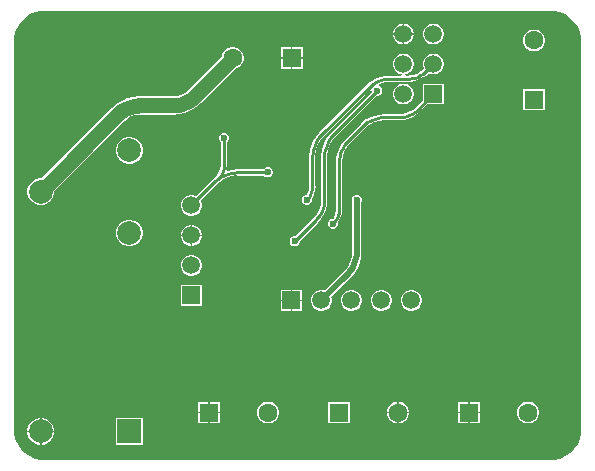
<source format=gbl>
G04*
G04 #@! TF.GenerationSoftware,Altium Limited,Altium Designer,21.6.1 (37)*
G04*
G04 Layer_Physical_Order=2*
G04 Layer_Color=16711680*
%FSLAX25Y25*%
%MOIN*%
G70*
G04*
G04 #@! TF.SameCoordinates,35447041-0B5E-4321-A350-582B76B9CE47*
G04*
G04*
G04 #@! TF.FilePolarity,Positive*
G04*
G01*
G75*
%ADD11C,0.01000*%
%ADD19R,0.05906X0.05906*%
%ADD34C,0.07874*%
%ADD35R,0.07874X0.07874*%
%ADD40C,0.02000*%
%ADD41C,0.05000*%
%ADD43R,0.06299X0.06299*%
%ADD44C,0.06299*%
%ADD45R,0.06299X0.06299*%
%ADD46C,0.05906*%
%ADD47R,0.05906X0.05906*%
%ADD48C,0.17717*%
%ADD49C,0.02362*%
%ADD50C,0.01968*%
G36*
X185830Y153159D02*
X187650Y152405D01*
X189288Y151311D01*
X190681Y149918D01*
X191775Y148280D01*
X192529Y146460D01*
X192913Y144528D01*
Y143543D01*
Y13937D01*
Y12952D01*
X192529Y11020D01*
X191775Y9200D01*
X190681Y7562D01*
X189288Y6169D01*
X187650Y5075D01*
X185830Y4321D01*
X183898Y3937D01*
X13937D01*
X12952Y3937D01*
X11020Y4321D01*
X9200Y5075D01*
X7562Y6169D01*
X6169Y7562D01*
X5075Y9200D01*
X4321Y11020D01*
X3937Y12952D01*
Y13937D01*
Y143543D01*
X3937Y144528D01*
X4321Y146460D01*
X5075Y148280D01*
X6169Y149918D01*
X7562Y151311D01*
X9200Y152405D01*
X11020Y153159D01*
X12952Y153543D01*
X183898D01*
X185830Y153159D01*
D02*
G37*
%LPC*%
G36*
X134155Y149279D02*
X133951D01*
Y146077D01*
X137153D01*
Y146281D01*
X136918Y147160D01*
X136464Y147947D01*
X135821Y148590D01*
X135034Y149044D01*
X134155Y149279D01*
D02*
G37*
G36*
X133451D02*
X133246D01*
X132368Y149044D01*
X131581Y148590D01*
X130938Y147947D01*
X130483Y147160D01*
X130248Y146281D01*
Y146077D01*
X133451D01*
Y149279D01*
D02*
G37*
G36*
X144155D02*
X143246D01*
X142368Y149044D01*
X141581Y148590D01*
X140938Y147947D01*
X140483Y147160D01*
X140248Y146281D01*
Y145372D01*
X140483Y144494D01*
X140938Y143707D01*
X141581Y143064D01*
X142368Y142609D01*
X143246Y142374D01*
X144155D01*
X145034Y142609D01*
X145821Y143064D01*
X146464Y143707D01*
X146918Y144494D01*
X147153Y145372D01*
Y146281D01*
X146918Y147160D01*
X146464Y147947D01*
X145821Y148590D01*
X145034Y149044D01*
X144155Y149279D01*
D02*
G37*
G36*
X137153Y145577D02*
X133951D01*
Y142374D01*
X134155D01*
X135034Y142609D01*
X135821Y143064D01*
X136464Y143707D01*
X136918Y144494D01*
X137153Y145372D01*
Y145577D01*
D02*
G37*
G36*
X133451D02*
X130248D01*
Y145372D01*
X130483Y144494D01*
X130938Y143707D01*
X131581Y143064D01*
X132368Y142609D01*
X133246Y142374D01*
X133451D01*
Y145577D01*
D02*
G37*
G36*
X177646Y147350D02*
X176685D01*
X175757Y147102D01*
X174924Y146621D01*
X174245Y145942D01*
X173765Y145109D01*
X173516Y144181D01*
Y143220D01*
X173765Y142292D01*
X174245Y141460D01*
X174924Y140780D01*
X175757Y140300D01*
X176685Y140051D01*
X177646D01*
X178574Y140300D01*
X179406Y140780D01*
X180086Y141460D01*
X180566Y142292D01*
X180815Y143220D01*
Y144181D01*
X180566Y145109D01*
X180086Y145942D01*
X179406Y146621D01*
X178574Y147102D01*
X177646Y147350D01*
D02*
G37*
G36*
X100106Y141445D02*
X96707D01*
Y138045D01*
X100106D01*
Y141445D01*
D02*
G37*
G36*
X96207D02*
X92807D01*
Y138045D01*
X96207D01*
Y141445D01*
D02*
G37*
G36*
X100106Y137545D02*
X96707D01*
Y134146D01*
X100106D01*
Y137545D01*
D02*
G37*
G36*
X96207D02*
X92807D01*
Y134146D01*
X96207D01*
Y137545D01*
D02*
G37*
G36*
X144155Y139279D02*
X143246D01*
X142368Y139044D01*
X141581Y138590D01*
X140938Y137947D01*
X140483Y137160D01*
X140248Y136281D01*
Y135372D01*
X140483Y134494D01*
X140628Y134244D01*
X139634Y133428D01*
X138079Y132597D01*
X136392Y132085D01*
X134681Y131916D01*
X134637Y131925D01*
X134412D01*
X134346Y132425D01*
X135034Y132609D01*
X135821Y133064D01*
X136464Y133707D01*
X136918Y134494D01*
X137153Y135372D01*
Y136281D01*
X136918Y137160D01*
X136464Y137947D01*
X135821Y138590D01*
X135034Y139044D01*
X134155Y139279D01*
X133246D01*
X132368Y139044D01*
X131581Y138590D01*
X130938Y137947D01*
X130483Y137160D01*
X130248Y136281D01*
Y135372D01*
X130483Y134494D01*
X130938Y133707D01*
X131581Y133064D01*
X132368Y132609D01*
X133056Y132425D01*
X132990Y131925D01*
X129142D01*
Y131939D01*
X127416Y131804D01*
X125732Y131400D01*
X124133Y130737D01*
X122657Y129832D01*
X121340Y128708D01*
X121350Y128698D01*
X105554Y112902D01*
X105544Y112912D01*
X104420Y111595D01*
X103515Y110119D01*
X102852Y108519D01*
X102448Y106836D01*
X102313Y105110D01*
X102327D01*
Y95246D01*
X102338Y95192D01*
X102153Y93787D01*
X101589Y92427D01*
X101440Y92232D01*
X101067D01*
X100450Y91976D01*
X99977Y91503D01*
X99721Y90886D01*
Y90217D01*
X99977Y89599D01*
X100450Y89126D01*
X101067Y88870D01*
X101736D01*
X102354Y89126D01*
X102827Y89599D01*
X103083Y90217D01*
Y90886D01*
X103059Y90944D01*
X103090Y90981D01*
X103799Y92308D01*
X104236Y93748D01*
X104383Y95246D01*
X104366D01*
Y105110D01*
X104357Y105153D01*
X104526Y106864D01*
X105038Y108551D01*
X105869Y110106D01*
X106960Y111435D01*
X106996Y111460D01*
X122630Y127094D01*
X123153Y126920D01*
X123191Y126602D01*
X109491Y112902D01*
X109481Y112912D01*
X108357Y111595D01*
X107452Y110119D01*
X106790Y108519D01*
X106385Y106836D01*
X106249Y105110D01*
X106264D01*
Y90756D01*
X106272Y90713D01*
X106104Y89002D01*
X105592Y87315D01*
X104761Y85760D01*
X103670Y84431D01*
X103634Y84406D01*
X97680Y78453D01*
X97107D01*
X96489Y78197D01*
X96016Y77724D01*
X95760Y77106D01*
Y76437D01*
X96016Y75819D01*
X96489Y75346D01*
X97107Y75090D01*
X97775D01*
X98393Y75346D01*
X98866Y75819D01*
X99122Y76437D01*
Y77011D01*
X105076Y82964D01*
X105086Y82954D01*
X106210Y84271D01*
X107115Y85747D01*
X107777Y87347D01*
X108182Y89030D01*
X108317Y90756D01*
X108303D01*
Y105110D01*
X108294Y105153D01*
X108463Y106864D01*
X108975Y108551D01*
X109806Y110106D01*
X110897Y111435D01*
X110933Y111460D01*
X124761Y125287D01*
X125334D01*
X125952Y125543D01*
X126425Y126016D01*
X126681Y126634D01*
Y127303D01*
X126425Y127921D01*
X125952Y128394D01*
X125543Y128563D01*
X125508Y129112D01*
X125700Y129214D01*
X127388Y129726D01*
X129099Y129895D01*
X129142Y129886D01*
X134637D01*
Y129871D01*
X136363Y130007D01*
X138047Y130412D01*
X139647Y131074D01*
X141123Y131979D01*
X142066Y132784D01*
X142368Y132609D01*
X143246Y132374D01*
X144155D01*
X145034Y132609D01*
X145821Y133064D01*
X146464Y133707D01*
X146918Y134494D01*
X147153Y135372D01*
Y136281D01*
X146918Y137160D01*
X146464Y137947D01*
X145821Y138590D01*
X145034Y139044D01*
X144155Y139279D01*
D02*
G37*
G36*
X77252Y141445D02*
X76291D01*
X75363Y141196D01*
X74531Y140716D01*
X73851Y140036D01*
X73371Y139204D01*
X73177Y138479D01*
X61813Y127116D01*
X61787Y127083D01*
X60761Y126241D01*
X59554Y125595D01*
X58244Y125198D01*
X56923Y125068D01*
X56881Y125073D01*
X45697D01*
Y125087D01*
X43657Y124927D01*
X41668Y124449D01*
X39777Y123666D01*
X38032Y122597D01*
X36476Y121268D01*
X36487Y121258D01*
X12953Y97724D01*
X12211D01*
X11083Y97422D01*
X10071Y96838D01*
X9245Y96012D01*
X8661Y95000D01*
X8358Y93872D01*
Y92703D01*
X8661Y91575D01*
X9245Y90563D01*
X10071Y89737D01*
X11083Y89153D01*
X12211Y88850D01*
X13379D01*
X14508Y89153D01*
X15520Y89737D01*
X16346Y90563D01*
X16930Y91575D01*
X17232Y92703D01*
Y93445D01*
X40766Y116979D01*
X40791Y117012D01*
X41817Y117854D01*
X43025Y118499D01*
X44335Y118897D01*
X45656Y119027D01*
X45697Y119021D01*
X56881D01*
Y119007D01*
X58921Y119168D01*
X60911Y119645D01*
X62802Y120428D01*
X64546Y121497D01*
X66102Y122826D01*
X66092Y122836D01*
X77456Y134200D01*
X78180Y134394D01*
X79013Y134875D01*
X79692Y135554D01*
X80172Y136387D01*
X80421Y137315D01*
Y138276D01*
X80172Y139204D01*
X79692Y140036D01*
X79013Y140716D01*
X78180Y141196D01*
X77252Y141445D01*
D02*
G37*
G36*
X134155Y129279D02*
X133246D01*
X132368Y129044D01*
X131581Y128590D01*
X130938Y127947D01*
X130483Y127160D01*
X130248Y126281D01*
Y125372D01*
X130483Y124494D01*
X130938Y123707D01*
X131581Y123064D01*
X132368Y122609D01*
X133246Y122374D01*
X134155D01*
X135034Y122609D01*
X135821Y123064D01*
X136464Y123707D01*
X136918Y124494D01*
X137153Y125372D01*
Y126281D01*
X136918Y127160D01*
X136464Y127947D01*
X135821Y128590D01*
X135034Y129044D01*
X134155Y129279D01*
D02*
G37*
G36*
X180815Y127665D02*
X173516D01*
Y120366D01*
X180815D01*
Y127665D01*
D02*
G37*
G36*
X147153Y129279D02*
X140248D01*
Y123816D01*
X138159Y121726D01*
X138135Y121691D01*
X136822Y120614D01*
X135287Y119793D01*
X133622Y119288D01*
X131931Y119122D01*
X131890Y119130D01*
X127174D01*
Y119144D01*
X125447Y119008D01*
X123764Y118604D01*
X122164Y117942D01*
X120688Y117037D01*
X119371Y115912D01*
X119382Y115902D01*
X114436Y110957D01*
X114426Y110967D01*
X113307Y109657D01*
X112407Y108187D01*
X111747Y106595D01*
X111345Y104920D01*
X111210Y103202D01*
X111224D01*
Y87912D01*
X111185Y87430D01*
X111185Y87430D01*
Y87429D01*
X111140Y86949D01*
X111009Y85949D01*
X110437Y84570D01*
X110275Y84358D01*
X109902D01*
X109284Y84102D01*
X108811Y83629D01*
X108555Y83012D01*
Y82343D01*
X108811Y81725D01*
X109284Y81252D01*
X109902Y80996D01*
X110571D01*
X111188Y81252D01*
X111661Y81725D01*
X111917Y82343D01*
Y83012D01*
X111893Y83069D01*
X111935Y83119D01*
X112652Y84461D01*
X113093Y85916D01*
X113242Y87429D01*
X113242D01*
X113263Y87744D01*
Y103202D01*
X113255Y103244D01*
X113423Y104946D01*
X113931Y106623D01*
X114758Y108169D01*
X115842Y109491D01*
X115878Y109515D01*
X120824Y114460D01*
X120848Y114497D01*
X122177Y115588D01*
X123732Y116419D01*
X125419Y116931D01*
X127130Y117099D01*
X127174Y117091D01*
X131890D01*
Y117077D01*
X133598Y117211D01*
X135264Y117611D01*
X136847Y118267D01*
X138308Y119162D01*
X139610Y120275D01*
X139601Y120284D01*
X141690Y122374D01*
X147153D01*
Y129279D01*
D02*
G37*
G36*
X42907Y111504D02*
X41739D01*
X40610Y111202D01*
X39599Y110617D01*
X38772Y109791D01*
X38188Y108780D01*
X37886Y107651D01*
Y106483D01*
X38188Y105354D01*
X38772Y104342D01*
X39599Y103516D01*
X40610Y102932D01*
X41739Y102630D01*
X42907D01*
X44036Y102932D01*
X45047Y103516D01*
X45873Y104342D01*
X46457Y105354D01*
X46760Y106483D01*
Y107651D01*
X46457Y108780D01*
X45873Y109791D01*
X45047Y110617D01*
X44036Y111202D01*
X42907Y111504D01*
D02*
G37*
G36*
X74153Y112902D02*
X73484D01*
X72867Y112646D01*
X72394Y112173D01*
X72138Y111555D01*
Y110886D01*
X72394Y110268D01*
X72799Y109863D01*
Y102324D01*
X72811Y102264D01*
X72620Y100811D01*
X72036Y99402D01*
X71144Y98239D01*
X71094Y98206D01*
X71067Y98166D01*
X70305Y97515D01*
X70315Y97505D01*
X64606Y91795D01*
X64325Y91958D01*
X63447Y92193D01*
X62538D01*
X61659Y91958D01*
X60872Y91503D01*
X60229Y90860D01*
X59775Y90073D01*
X59539Y89195D01*
Y88286D01*
X59775Y87407D01*
X60229Y86620D01*
X60872Y85977D01*
X61659Y85523D01*
X62538Y85287D01*
X63447D01*
X64325Y85523D01*
X65112Y85977D01*
X65755Y86620D01*
X66210Y87407D01*
X66445Y88286D01*
Y89195D01*
X66210Y90073D01*
X66048Y90354D01*
X71757Y96063D01*
X71781Y96100D01*
X72475Y96669D01*
X73110Y97190D01*
X74665Y98021D01*
X76352Y98533D01*
X78063Y98702D01*
X78107Y98693D01*
X87225D01*
X87630Y98287D01*
X88248Y98032D01*
X88917D01*
X89535Y98287D01*
X90008Y98760D01*
X90264Y99378D01*
Y100047D01*
X90008Y100665D01*
X89535Y101138D01*
X88917Y101394D01*
X88248D01*
X87630Y101138D01*
X87225Y100732D01*
X78107D01*
Y100747D01*
X76381Y100611D01*
X75080Y100299D01*
X74685Y100718D01*
X74705Y100786D01*
X74857Y102324D01*
X74839D01*
Y109863D01*
X75244Y110268D01*
X75500Y110886D01*
Y111555D01*
X75244Y112173D01*
X74771Y112646D01*
X74153Y112902D01*
D02*
G37*
G36*
X63447Y82193D02*
X63242D01*
Y78990D01*
X66445D01*
Y79195D01*
X66210Y80073D01*
X65755Y80860D01*
X65112Y81503D01*
X64325Y81958D01*
X63447Y82193D01*
D02*
G37*
G36*
X62742D02*
X62538D01*
X61659Y81958D01*
X60872Y81503D01*
X60229Y80860D01*
X59775Y80073D01*
X59539Y79195D01*
Y78990D01*
X62742D01*
Y82193D01*
D02*
G37*
G36*
X66445Y78490D02*
X63242D01*
Y75287D01*
X63447D01*
X64325Y75523D01*
X65112Y75977D01*
X65755Y76620D01*
X66210Y77407D01*
X66445Y78286D01*
Y78490D01*
D02*
G37*
G36*
X62742D02*
X59539D01*
Y78286D01*
X59775Y77407D01*
X60229Y76620D01*
X60872Y75977D01*
X61659Y75523D01*
X62538Y75287D01*
X62742D01*
Y78490D01*
D02*
G37*
G36*
X42907Y83945D02*
X41739D01*
X40610Y83643D01*
X39599Y83058D01*
X38772Y82232D01*
X38188Y81221D01*
X37886Y80092D01*
Y78924D01*
X38188Y77795D01*
X38772Y76784D01*
X39599Y75957D01*
X40610Y75373D01*
X41739Y75071D01*
X42907D01*
X44036Y75373D01*
X45047Y75957D01*
X45873Y76784D01*
X46457Y77795D01*
X46760Y78924D01*
Y80092D01*
X46457Y81221D01*
X45873Y82232D01*
X45047Y83058D01*
X44036Y83643D01*
X42907Y83945D01*
D02*
G37*
G36*
X63447Y72193D02*
X62538D01*
X61659Y71958D01*
X60872Y71503D01*
X60229Y70860D01*
X59775Y70073D01*
X59539Y69195D01*
Y68286D01*
X59775Y67407D01*
X60229Y66620D01*
X60872Y65977D01*
X61659Y65523D01*
X62538Y65287D01*
X63447D01*
X64325Y65523D01*
X65112Y65977D01*
X65755Y66620D01*
X66210Y67407D01*
X66445Y68286D01*
Y69195D01*
X66210Y70073D01*
X65755Y70860D01*
X65112Y71503D01*
X64325Y71958D01*
X63447Y72193D01*
D02*
G37*
G36*
X118445Y92232D02*
X117776D01*
X117158Y91976D01*
X116685Y91503D01*
X116429Y90886D01*
Y90217D01*
X116581Y89850D01*
Y73040D01*
X116594Y72972D01*
X116438Y71383D01*
X115955Y69791D01*
X115170Y68322D01*
X114158Y67089D01*
X114100Y67050D01*
X107413Y60363D01*
X106754Y60539D01*
X105845D01*
X104966Y60304D01*
X104179Y59850D01*
X103536Y59207D01*
X103082Y58419D01*
X102847Y57541D01*
Y56632D01*
X103082Y55754D01*
X103536Y54967D01*
X104179Y54324D01*
X104966Y53869D01*
X105845Y53634D01*
X106754D01*
X107632Y53869D01*
X108419Y54324D01*
X109062Y54967D01*
X109517Y55754D01*
X109752Y56632D01*
Y57541D01*
X109575Y58200D01*
X116263Y64887D01*
X116267Y64883D01*
X117443Y66259D01*
X118388Y67803D01*
X119081Y69475D01*
X119504Y71235D01*
X119646Y73040D01*
X119640D01*
Y89850D01*
X119791Y90217D01*
Y90886D01*
X119535Y91503D01*
X119062Y91976D01*
X118445Y92232D01*
D02*
G37*
G36*
X99752Y60539D02*
X96549D01*
Y57337D01*
X99752D01*
Y60539D01*
D02*
G37*
G36*
X96049D02*
X92847D01*
Y57337D01*
X96049D01*
Y60539D01*
D02*
G37*
G36*
X66445Y62193D02*
X59539D01*
Y55287D01*
X66445D01*
Y62193D01*
D02*
G37*
G36*
X136754Y60539D02*
X135845D01*
X134967Y60304D01*
X134179Y59850D01*
X133536Y59207D01*
X133082Y58419D01*
X132846Y57541D01*
Y56632D01*
X133082Y55754D01*
X133536Y54967D01*
X134179Y54324D01*
X134967Y53869D01*
X135845Y53634D01*
X136754D01*
X137632Y53869D01*
X138419Y54324D01*
X139062Y54967D01*
X139517Y55754D01*
X139752Y56632D01*
Y57541D01*
X139517Y58419D01*
X139062Y59207D01*
X138419Y59850D01*
X137632Y60304D01*
X136754Y60539D01*
D02*
G37*
G36*
X126754D02*
X125845D01*
X124967Y60304D01*
X124179Y59850D01*
X123536Y59207D01*
X123082Y58419D01*
X122846Y57541D01*
Y56632D01*
X123082Y55754D01*
X123536Y54967D01*
X124179Y54324D01*
X124967Y53869D01*
X125845Y53634D01*
X126754D01*
X127632Y53869D01*
X128419Y54324D01*
X129062Y54967D01*
X129517Y55754D01*
X129752Y56632D01*
Y57541D01*
X129517Y58419D01*
X129062Y59207D01*
X128419Y59850D01*
X127632Y60304D01*
X126754Y60539D01*
D02*
G37*
G36*
X116754D02*
X115845D01*
X114966Y60304D01*
X114179Y59850D01*
X113536Y59207D01*
X113082Y58419D01*
X112847Y57541D01*
Y56632D01*
X113082Y55754D01*
X113536Y54967D01*
X114179Y54324D01*
X114966Y53869D01*
X115845Y53634D01*
X116754D01*
X117632Y53869D01*
X118419Y54324D01*
X119062Y54967D01*
X119517Y55754D01*
X119752Y56632D01*
Y57541D01*
X119517Y58419D01*
X119062Y59207D01*
X118419Y59850D01*
X117632Y60304D01*
X116754Y60539D01*
D02*
G37*
G36*
X99752Y56837D02*
X96549D01*
Y53634D01*
X99752D01*
Y56837D01*
D02*
G37*
G36*
X96049D02*
X92847D01*
Y53634D01*
X96049D01*
Y56837D01*
D02*
G37*
G36*
X159161Y23335D02*
X155762D01*
Y19935D01*
X159161D01*
Y23335D01*
D02*
G37*
G36*
X155262D02*
X151862D01*
Y19935D01*
X155262D01*
Y23335D01*
D02*
G37*
G36*
X132370D02*
X132140D01*
Y19935D01*
X135539D01*
Y20166D01*
X135291Y21094D01*
X134810Y21926D01*
X134131Y22605D01*
X133299Y23086D01*
X132370Y23335D01*
D02*
G37*
G36*
X131640D02*
X131409D01*
X130481Y23086D01*
X129649Y22605D01*
X128969Y21926D01*
X128489Y21094D01*
X128240Y20166D01*
Y19935D01*
X131640D01*
Y23335D01*
D02*
G37*
G36*
X72547D02*
X69148D01*
Y19935D01*
X72547D01*
Y23335D01*
D02*
G37*
G36*
X68648D02*
X65248D01*
Y19935D01*
X68648D01*
Y23335D01*
D02*
G37*
G36*
X175677D02*
X174716D01*
X173788Y23086D01*
X172956Y22605D01*
X172276Y21926D01*
X171796Y21094D01*
X171547Y20166D01*
Y19205D01*
X171796Y18276D01*
X172276Y17444D01*
X172956Y16765D01*
X173788Y16284D01*
X174716Y16035D01*
X175677D01*
X176605Y16284D01*
X177438Y16765D01*
X178117Y17444D01*
X178598Y18276D01*
X178847Y19205D01*
Y20166D01*
X178598Y21094D01*
X178117Y21926D01*
X177438Y22605D01*
X176605Y23086D01*
X175677Y23335D01*
D02*
G37*
G36*
X159161Y19435D02*
X155762D01*
Y16035D01*
X159161D01*
Y19435D01*
D02*
G37*
G36*
X155262D02*
X151862D01*
Y16035D01*
X155262D01*
Y19435D01*
D02*
G37*
G36*
X135539D02*
X132140D01*
Y16035D01*
X132370D01*
X133299Y16284D01*
X134131Y16765D01*
X134810Y17444D01*
X135291Y18276D01*
X135539Y19205D01*
Y19435D01*
D02*
G37*
G36*
X131640D02*
X128240D01*
Y19205D01*
X128489Y18276D01*
X128969Y17444D01*
X129649Y16765D01*
X130481Y16284D01*
X131409Y16035D01*
X131640D01*
Y19435D01*
D02*
G37*
G36*
X115854Y23335D02*
X108555D01*
Y16035D01*
X115854D01*
Y23335D01*
D02*
G37*
G36*
X89063D02*
X88102D01*
X87174Y23086D01*
X86342Y22605D01*
X85662Y21926D01*
X85182Y21094D01*
X84933Y20166D01*
Y19205D01*
X85182Y18276D01*
X85662Y17444D01*
X86342Y16765D01*
X87174Y16284D01*
X88102Y16035D01*
X89063D01*
X89991Y16284D01*
X90824Y16765D01*
X91503Y17444D01*
X91984Y18276D01*
X92232Y19205D01*
Y20166D01*
X91984Y21094D01*
X91503Y21926D01*
X90824Y22605D01*
X89991Y23086D01*
X89063Y23335D01*
D02*
G37*
G36*
X72547Y19435D02*
X69148D01*
Y16035D01*
X72547D01*
Y19435D01*
D02*
G37*
G36*
X68648D02*
X65248D01*
Y16035D01*
X68648D01*
Y19435D01*
D02*
G37*
G36*
X13379Y17803D02*
X13045D01*
Y13616D01*
X17232D01*
Y13950D01*
X16930Y15079D01*
X16346Y16091D01*
X15520Y16917D01*
X14508Y17501D01*
X13379Y17803D01*
D02*
G37*
G36*
X12545D02*
X12211D01*
X11083Y17501D01*
X10071Y16917D01*
X9245Y16091D01*
X8661Y15079D01*
X8358Y13950D01*
Y13616D01*
X12545D01*
Y17803D01*
D02*
G37*
G36*
X46760D02*
X37886D01*
Y8929D01*
X46760D01*
Y17803D01*
D02*
G37*
G36*
X17232Y13116D02*
X13045D01*
Y8929D01*
X13379D01*
X14508Y9232D01*
X15520Y9816D01*
X16346Y10642D01*
X16930Y11654D01*
X17232Y12782D01*
Y13116D01*
D02*
G37*
G36*
X12545D02*
X8358D01*
Y12782D01*
X8661Y11654D01*
X9245Y10642D01*
X10071Y9816D01*
X11083Y9232D01*
X12211Y8929D01*
X12545D01*
Y13116D01*
D02*
G37*
%LPD*%
D11*
X104355Y83685D02*
X105014Y84412D01*
X105598Y85201D01*
X106103Y86042D01*
X106522Y86930D01*
X106853Y87853D01*
X107091Y88805D01*
X107235Y89776D01*
X107283Y90756D01*
X110212Y112181D02*
X109553Y111454D01*
X108969Y110666D01*
X108464Y109824D01*
X108045Y108937D01*
X107714Y108013D01*
X107476Y107061D01*
X107332Y106090D01*
X107283Y105110D01*
X129142Y130905D02*
X128162Y130857D01*
X127191Y130713D01*
X126239Y130475D01*
X125315Y130144D01*
X124428Y129725D01*
X123586Y129220D01*
X122798Y128636D01*
X122071Y127977D01*
X106275Y112181D02*
X105616Y111454D01*
X105032Y110666D01*
X104527Y109824D01*
X104108Y108937D01*
X103777Y108013D01*
X103539Y107061D01*
X103395Y106090D01*
X103347Y105110D01*
X127174Y118110D02*
X126193Y118062D01*
X125223Y117918D01*
X124271Y117680D01*
X123347Y117349D01*
X122460Y116929D01*
X121618Y116425D01*
X120830Y115840D01*
X120103Y115181D01*
X115157Y110236D02*
X114502Y109513D01*
X113920Y108729D01*
X113418Y107891D01*
X113001Y107009D01*
X112672Y106090D01*
X112435Y105143D01*
X112292Y104177D01*
X112244Y103202D01*
X131890Y118110D02*
X132859Y118158D01*
X133818Y118300D01*
X134759Y118536D01*
X135673Y118863D01*
X136549Y119277D01*
X137382Y119776D01*
X138161Y120354D01*
X138880Y121005D01*
X71815Y97485D02*
X71036Y96784D01*
X78107Y99713D02*
X77136Y99665D01*
X76175Y99524D01*
X75231Y99290D01*
X74315Y98966D01*
X73435Y98554D01*
X72599Y98059D01*
X71815Y97485D01*
X71815D02*
X72512Y98302D01*
X73073Y99217D01*
X73484Y100209D01*
X73735Y101253D01*
X73819Y102324D01*
X134637Y130905D02*
X135618Y130954D01*
X136588Y131098D01*
X137540Y131336D01*
X138464Y131667D01*
X139351Y132086D01*
X140193Y132591D01*
X140981Y133175D01*
X141709Y133834D01*
X101402Y90551D02*
X102078Y91343D01*
X102623Y92232D01*
X103022Y93194D01*
X103265Y94207D01*
X103347Y95246D01*
X110236Y82677D02*
X110921Y83479D01*
X111472Y84378D01*
X111876Y85353D01*
X112122Y86378D01*
X112205Y87429D01*
X62992Y88740D02*
X71036Y96784D01*
X107283Y90756D02*
Y105110D01*
X110212Y112181D02*
X125000Y126969D01*
X106275Y112181D02*
X122071Y127977D01*
X78107Y99713D02*
X88583D01*
X115157Y110236D02*
X120103Y115181D01*
X129142Y130905D02*
X134637D01*
X103347Y95246D02*
Y105110D01*
X112244Y87744D02*
Y103202D01*
X127174Y118110D02*
X131890D01*
X138880Y121005D02*
X143701Y125827D01*
X73819Y102324D02*
Y111221D01*
X141709Y133834D02*
X143701Y135827D01*
X97441Y76772D02*
X104355Y83685D01*
D19*
X62992Y58740D02*
D03*
X143701Y125827D02*
D03*
D34*
X12795Y13366D02*
D03*
X42323Y107067D02*
D03*
Y79508D02*
D03*
X12795Y93287D02*
D03*
D35*
X42323Y13366D02*
D03*
D40*
X115181Y65969D02*
X115840Y66696D01*
X116425Y67484D01*
X116929Y68326D01*
X117349Y69213D01*
X117680Y70137D01*
X117918Y71089D01*
X118062Y72060D01*
X118110Y73040D01*
X106299Y57087D02*
X115181Y65969D01*
X118110Y73040D02*
Y90551D01*
D41*
X45697Y122047D02*
X44717Y121999D01*
X43746Y121855D01*
X42794Y121617D01*
X41870Y121286D01*
X40983Y120867D01*
X40142Y120362D01*
X39353Y119777D01*
X38626Y119118D01*
X56881Y122047D02*
X57862Y122095D01*
X58832Y122239D01*
X59784Y122478D01*
X60708Y122808D01*
X61595Y123228D01*
X62437Y123732D01*
X63225Y124317D01*
X63952Y124976D01*
X12795Y93287D02*
X38626Y119118D01*
X45697Y122047D02*
X56881D01*
X63952Y124976D02*
X76772Y137795D01*
D43*
X68898Y19685D02*
D03*
X112205D02*
D03*
X155512D02*
D03*
X96457Y137795D02*
D03*
D44*
X88583Y19685D02*
D03*
X131890D02*
D03*
X175197D02*
D03*
X177165Y143701D02*
D03*
X76772Y137795D02*
D03*
D45*
X177165Y124016D02*
D03*
D46*
X62992Y88740D02*
D03*
Y78740D02*
D03*
Y68740D02*
D03*
X136299Y57087D02*
D03*
X126299D02*
D03*
X116299D02*
D03*
X106299D02*
D03*
X133701Y125827D02*
D03*
X143701Y135827D02*
D03*
X133701D02*
D03*
X143701Y145827D02*
D03*
X133701D02*
D03*
D47*
X96299Y57087D02*
D03*
D48*
X165354Y70866D02*
D03*
D49*
X86614Y74803D02*
D03*
X31496Y147638D02*
D03*
X158465Y87598D02*
D03*
X101154Y105879D02*
D03*
X122047Y112205D02*
D03*
X118110Y90551D02*
D03*
X125000Y126969D02*
D03*
X73819Y111221D02*
D03*
X88583Y99713D02*
D03*
X101402Y90551D02*
D03*
X110236Y82677D02*
D03*
X97441Y76772D02*
D03*
D50*
X88779Y86417D02*
D03*
X84449D02*
D03*
X88779Y90748D02*
D03*
X84449D02*
D03*
M02*

</source>
